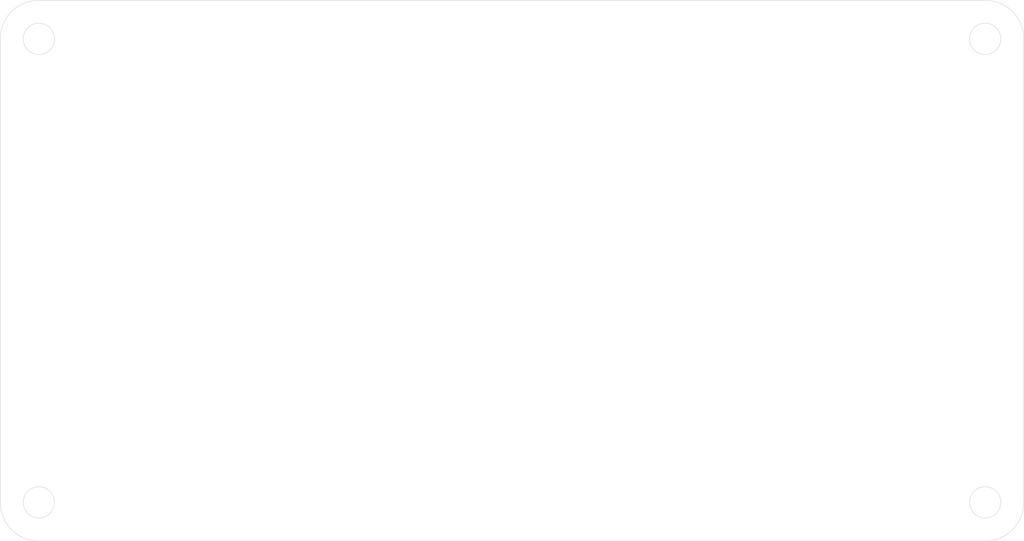
<source format=kicad_pcb>
(kicad_pcb
	(version 20240108)
	(generator "pcbnew")
	(generator_version "8.0")
	(general
		(thickness 1.6)
		(legacy_teardrops no)
	)
	(paper "A4")
	(layers
		(0 "F.Cu" signal)
		(31 "B.Cu" signal)
		(32 "B.Adhes" user "B.Adhesive")
		(33 "F.Adhes" user "F.Adhesive")
		(34 "B.Paste" user)
		(35 "F.Paste" user)
		(36 "B.SilkS" user "B.Silkscreen")
		(37 "F.SilkS" user "F.Silkscreen")
		(38 "B.Mask" user)
		(39 "F.Mask" user)
		(40 "Dwgs.User" user "User.Drawings")
		(41 "Cmts.User" user "User.Comments")
		(42 "Eco1.User" user "User.Eco1")
		(43 "Eco2.User" user "User.Eco2")
		(44 "Edge.Cuts" user)
		(45 "Margin" user)
		(46 "B.CrtYd" user "B.Courtyard")
		(47 "F.CrtYd" user "F.Courtyard")
		(48 "B.Fab" user)
		(49 "F.Fab" user)
		(50 "User.1" user)
		(51 "User.2" user)
		(52 "User.3" user)
		(53 "User.4" user)
		(54 "User.5" user)
		(55 "User.6" user)
		(56 "User.7" user)
		(57 "User.8" user)
		(58 "User.9" user)
	)
	(setup
		(pad_to_mask_clearance 0)
		(allow_soldermask_bridges_in_footprints no)
		(pcbplotparams
			(layerselection 0x00010fc_ffffffff)
			(plot_on_all_layers_selection 0x0000000_00000000)
			(disableapertmacros no)
			(usegerberextensions no)
			(usegerberattributes yes)
			(usegerberadvancedattributes yes)
			(creategerberjobfile yes)
			(dashed_line_dash_ratio 12.000000)
			(dashed_line_gap_ratio 3.000000)
			(svgprecision 4)
			(plotframeref no)
			(viasonmask no)
			(mode 1)
			(useauxorigin no)
			(hpglpennumber 1)
			(hpglpenspeed 20)
			(hpglpendiameter 15.000000)
			(pdf_front_fp_property_popups yes)
			(pdf_back_fp_property_popups yes)
			(dxfpolygonmode yes)
			(dxfimperialunits yes)
			(dxfusepcbnewfont yes)
			(psnegative no)
			(psa4output no)
			(plotreference yes)
			(plotvalue no)
			(plotfptext yes)
			(plotinvisibletext no)
			(sketchpadsonfab no)
			(subtractmaskfromsilk yes)
			(outputformat 1)
			(mirror no)
			(drillshape 0)
			(scaleselection 1)
			(outputdirectory "")
		)
	)
	(net 0 "")
	(gr_line
		(start 136.857 91.078)
		(end 38.857 91.078)
		(stroke
			(width 0.05)
			(type default)
		)
		(layer "Edge.Cuts")
		(uuid "04980e55-8bc3-4689-bec4-04c411ac1c44")
	)
	(gr_arc
		(start 38.857 91.078)
		(mid 36.028573 89.906427)
		(end 34.857 87.078)
		(stroke
			(width 0.05)
			(type default)
		)
		(layer "Edge.Cuts")
		(uuid "04a09196-e1e9-4683-9070-d3dbacb96fa5")
	)
	(gr_line
		(start 140.857 39.078)
		(end 140.857 87.078)
		(stroke
			(width 0.05)
			(type default)
		)
		(layer "Edge.Cuts")
		(uuid "0781ca37-f59b-4e15-8620-356ce4d2b5b8")
	)
	(gr_circle
		(center 136.857 39.078)
		(end 136.989 37.465)
		(stroke
			(width 0.05)
			(type default)
		)
		(fill none)
		(layer "Edge.Cuts")
		(uuid "172aec8b-43de-4c56-89fc-fa134afd30c6")
	)
	(gr_arc
		(start 34.857 39.078)
		(mid 36.028573 36.249573)
		(end 38.857 35.078)
		(stroke
			(width 0.05)
			(type default)
		)
		(layer "Edge.Cuts")
		(uuid "18aa7011-17cc-4bef-8bba-04a99f245cc4")
	)
	(gr_line
		(start 38.857 35.078)
		(end 136.857 35.078)
		(stroke
			(width 0.05)
			(type default)
		)
		(layer "Edge.Cuts")
		(uuid "2184f546-1a5d-4bb2-8bdd-0c5b2c9015ec")
	)
	(gr_circle
		(center 38.857 87.078)
		(end 38.989 85.465)
		(stroke
			(width 0.05)
			(type default)
		)
		(fill none)
		(layer "Edge.Cuts")
		(uuid "913d4835-71ca-4ef9-b414-5d5091a29c15")
	)
	(gr_arc
		(start 140.857 87.078)
		(mid 139.685427 89.906427)
		(end 136.857 91.078)
		(stroke
			(width 0.05)
			(type default)
		)
		(layer "Edge.Cuts")
		(uuid "b1fb3fc8-dcf8-466f-82ef-a47e0ed65880")
	)
	(gr_arc
		(start 136.857 35.078)
		(mid 139.685427 36.249573)
		(end 140.857 39.078)
		(stroke
			(width 0.05)
			(type default)
		)
		(layer "Edge.Cuts")
		(uuid "bc833a25-d8fd-4eee-bfcc-e08520cb2cbc")
	)
	(gr_line
		(start 34.857 87.078)
		(end 34.857 39.078)
		(stroke
			(width 0.05)
			(type default)
		)
		(layer "Edge.Cuts")
		(uuid "c96b7307-579d-43cb-b752-c7119f0b7dd5")
	)
	(gr_circle
		(center 136.857 87.078)
		(end 136.989 85.465)
		(stroke
			(width 0.05)
			(type default)
		)
		(fill none)
		(layer "Edge.Cuts")
		(uuid "ca4331e5-96b9-486c-9046-0479cd0bac68")
	)
	(gr_circle
		(center 38.857 39.078)
		(end 38.989 37.465)
		(stroke
			(width 0.05)
			(type default)
		)
		(fill none)
		(layer "Edge.Cuts")
		(uuid "ee8079de-21e2-440b-8e91-4482cbebcb4a")
	)
)
</source>
